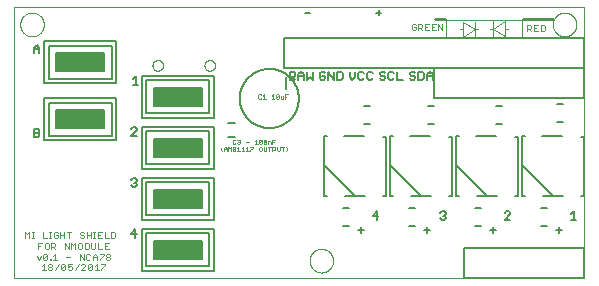
<source format=gto>
G75*
%MOIN*%
%OFA0B0*%
%FSLAX25Y25*%
%IPPOS*%
%LPD*%
%AMOC8*
5,1,8,0,0,1.08239X$1,22.5*
%
%ADD10C,0.00000*%
%ADD11C,0.00500*%
%ADD12C,0.00400*%
%ADD13C,0.00200*%
%ADD14C,0.01000*%
%ADD15C,0.00236*%
%ADD16C,0.00800*%
%ADD17C,0.00600*%
D10*
X0001250Y0006360D02*
X0001250Y0096911D01*
X0191250Y0096911D01*
X0191250Y0006360D01*
X0001250Y0006360D01*
X0099675Y0012266D02*
X0099677Y0012391D01*
X0099683Y0012516D01*
X0099693Y0012640D01*
X0099707Y0012764D01*
X0099724Y0012888D01*
X0099746Y0013011D01*
X0099772Y0013133D01*
X0099801Y0013255D01*
X0099834Y0013375D01*
X0099872Y0013494D01*
X0099912Y0013613D01*
X0099957Y0013729D01*
X0100005Y0013844D01*
X0100057Y0013958D01*
X0100113Y0014070D01*
X0100172Y0014180D01*
X0100234Y0014288D01*
X0100300Y0014395D01*
X0100369Y0014499D01*
X0100442Y0014600D01*
X0100517Y0014700D01*
X0100596Y0014797D01*
X0100678Y0014891D01*
X0100763Y0014983D01*
X0100850Y0015072D01*
X0100941Y0015158D01*
X0101034Y0015241D01*
X0101130Y0015322D01*
X0101228Y0015399D01*
X0101328Y0015473D01*
X0101431Y0015544D01*
X0101536Y0015611D01*
X0101644Y0015676D01*
X0101753Y0015736D01*
X0101864Y0015794D01*
X0101977Y0015847D01*
X0102091Y0015897D01*
X0102207Y0015944D01*
X0102324Y0015986D01*
X0102443Y0016025D01*
X0102563Y0016061D01*
X0102684Y0016092D01*
X0102806Y0016120D01*
X0102928Y0016143D01*
X0103052Y0016163D01*
X0103176Y0016179D01*
X0103300Y0016191D01*
X0103425Y0016199D01*
X0103550Y0016203D01*
X0103674Y0016203D01*
X0103799Y0016199D01*
X0103924Y0016191D01*
X0104048Y0016179D01*
X0104172Y0016163D01*
X0104296Y0016143D01*
X0104418Y0016120D01*
X0104540Y0016092D01*
X0104661Y0016061D01*
X0104781Y0016025D01*
X0104900Y0015986D01*
X0105017Y0015944D01*
X0105133Y0015897D01*
X0105247Y0015847D01*
X0105360Y0015794D01*
X0105471Y0015736D01*
X0105581Y0015676D01*
X0105688Y0015611D01*
X0105793Y0015544D01*
X0105896Y0015473D01*
X0105996Y0015399D01*
X0106094Y0015322D01*
X0106190Y0015241D01*
X0106283Y0015158D01*
X0106374Y0015072D01*
X0106461Y0014983D01*
X0106546Y0014891D01*
X0106628Y0014797D01*
X0106707Y0014700D01*
X0106782Y0014600D01*
X0106855Y0014499D01*
X0106924Y0014395D01*
X0106990Y0014288D01*
X0107052Y0014180D01*
X0107111Y0014070D01*
X0107167Y0013958D01*
X0107219Y0013844D01*
X0107267Y0013729D01*
X0107312Y0013613D01*
X0107352Y0013494D01*
X0107390Y0013375D01*
X0107423Y0013255D01*
X0107452Y0013133D01*
X0107478Y0013011D01*
X0107500Y0012888D01*
X0107517Y0012764D01*
X0107531Y0012640D01*
X0107541Y0012516D01*
X0107547Y0012391D01*
X0107549Y0012266D01*
X0107547Y0012141D01*
X0107541Y0012016D01*
X0107531Y0011892D01*
X0107517Y0011768D01*
X0107500Y0011644D01*
X0107478Y0011521D01*
X0107452Y0011399D01*
X0107423Y0011277D01*
X0107390Y0011157D01*
X0107352Y0011038D01*
X0107312Y0010919D01*
X0107267Y0010803D01*
X0107219Y0010688D01*
X0107167Y0010574D01*
X0107111Y0010462D01*
X0107052Y0010352D01*
X0106990Y0010244D01*
X0106924Y0010137D01*
X0106855Y0010033D01*
X0106782Y0009932D01*
X0106707Y0009832D01*
X0106628Y0009735D01*
X0106546Y0009641D01*
X0106461Y0009549D01*
X0106374Y0009460D01*
X0106283Y0009374D01*
X0106190Y0009291D01*
X0106094Y0009210D01*
X0105996Y0009133D01*
X0105896Y0009059D01*
X0105793Y0008988D01*
X0105688Y0008921D01*
X0105580Y0008856D01*
X0105471Y0008796D01*
X0105360Y0008738D01*
X0105247Y0008685D01*
X0105133Y0008635D01*
X0105017Y0008588D01*
X0104900Y0008546D01*
X0104781Y0008507D01*
X0104661Y0008471D01*
X0104540Y0008440D01*
X0104418Y0008412D01*
X0104296Y0008389D01*
X0104172Y0008369D01*
X0104048Y0008353D01*
X0103924Y0008341D01*
X0103799Y0008333D01*
X0103674Y0008329D01*
X0103550Y0008329D01*
X0103425Y0008333D01*
X0103300Y0008341D01*
X0103176Y0008353D01*
X0103052Y0008369D01*
X0102928Y0008389D01*
X0102806Y0008412D01*
X0102684Y0008440D01*
X0102563Y0008471D01*
X0102443Y0008507D01*
X0102324Y0008546D01*
X0102207Y0008588D01*
X0102091Y0008635D01*
X0101977Y0008685D01*
X0101864Y0008738D01*
X0101753Y0008796D01*
X0101643Y0008856D01*
X0101536Y0008921D01*
X0101431Y0008988D01*
X0101328Y0009059D01*
X0101228Y0009133D01*
X0101130Y0009210D01*
X0101034Y0009291D01*
X0100941Y0009374D01*
X0100850Y0009460D01*
X0100763Y0009549D01*
X0100678Y0009641D01*
X0100596Y0009735D01*
X0100517Y0009832D01*
X0100442Y0009932D01*
X0100369Y0010033D01*
X0100300Y0010137D01*
X0100234Y0010244D01*
X0100172Y0010352D01*
X0100113Y0010462D01*
X0100057Y0010574D01*
X0100005Y0010688D01*
X0099957Y0010803D01*
X0099912Y0010919D01*
X0099872Y0011038D01*
X0099834Y0011157D01*
X0099801Y0011277D01*
X0099772Y0011399D01*
X0099746Y0011521D01*
X0099724Y0011644D01*
X0099707Y0011768D01*
X0099693Y0011892D01*
X0099683Y0012016D01*
X0099677Y0012141D01*
X0099675Y0012266D01*
X0064639Y0077360D02*
X0064641Y0077444D01*
X0064647Y0077527D01*
X0064657Y0077610D01*
X0064671Y0077693D01*
X0064688Y0077775D01*
X0064710Y0077856D01*
X0064735Y0077935D01*
X0064764Y0078014D01*
X0064797Y0078091D01*
X0064833Y0078166D01*
X0064873Y0078240D01*
X0064916Y0078312D01*
X0064963Y0078381D01*
X0065013Y0078448D01*
X0065066Y0078513D01*
X0065122Y0078575D01*
X0065180Y0078635D01*
X0065242Y0078692D01*
X0065306Y0078745D01*
X0065373Y0078796D01*
X0065442Y0078843D01*
X0065513Y0078888D01*
X0065586Y0078928D01*
X0065661Y0078965D01*
X0065738Y0078999D01*
X0065816Y0079029D01*
X0065895Y0079055D01*
X0065976Y0079078D01*
X0066058Y0079096D01*
X0066140Y0079111D01*
X0066223Y0079122D01*
X0066306Y0079129D01*
X0066390Y0079132D01*
X0066474Y0079131D01*
X0066557Y0079126D01*
X0066641Y0079117D01*
X0066723Y0079104D01*
X0066805Y0079088D01*
X0066886Y0079067D01*
X0066967Y0079043D01*
X0067045Y0079015D01*
X0067123Y0078983D01*
X0067199Y0078947D01*
X0067273Y0078908D01*
X0067345Y0078866D01*
X0067415Y0078820D01*
X0067483Y0078771D01*
X0067548Y0078719D01*
X0067611Y0078664D01*
X0067671Y0078606D01*
X0067729Y0078545D01*
X0067783Y0078481D01*
X0067835Y0078415D01*
X0067883Y0078347D01*
X0067928Y0078276D01*
X0067969Y0078203D01*
X0068008Y0078129D01*
X0068042Y0078053D01*
X0068073Y0077975D01*
X0068100Y0077896D01*
X0068124Y0077815D01*
X0068143Y0077734D01*
X0068159Y0077652D01*
X0068171Y0077569D01*
X0068179Y0077485D01*
X0068183Y0077402D01*
X0068183Y0077318D01*
X0068179Y0077235D01*
X0068171Y0077151D01*
X0068159Y0077068D01*
X0068143Y0076986D01*
X0068124Y0076905D01*
X0068100Y0076824D01*
X0068073Y0076745D01*
X0068042Y0076667D01*
X0068008Y0076591D01*
X0067969Y0076517D01*
X0067928Y0076444D01*
X0067883Y0076373D01*
X0067835Y0076305D01*
X0067783Y0076239D01*
X0067729Y0076175D01*
X0067671Y0076114D01*
X0067611Y0076056D01*
X0067548Y0076001D01*
X0067483Y0075949D01*
X0067415Y0075900D01*
X0067345Y0075854D01*
X0067273Y0075812D01*
X0067199Y0075773D01*
X0067123Y0075737D01*
X0067045Y0075705D01*
X0066967Y0075677D01*
X0066886Y0075653D01*
X0066805Y0075632D01*
X0066723Y0075616D01*
X0066641Y0075603D01*
X0066557Y0075594D01*
X0066474Y0075589D01*
X0066390Y0075588D01*
X0066306Y0075591D01*
X0066223Y0075598D01*
X0066140Y0075609D01*
X0066058Y0075624D01*
X0065976Y0075642D01*
X0065895Y0075665D01*
X0065816Y0075691D01*
X0065738Y0075721D01*
X0065661Y0075755D01*
X0065586Y0075792D01*
X0065513Y0075832D01*
X0065442Y0075877D01*
X0065373Y0075924D01*
X0065306Y0075975D01*
X0065242Y0076028D01*
X0065180Y0076085D01*
X0065122Y0076145D01*
X0065066Y0076207D01*
X0065013Y0076272D01*
X0064963Y0076339D01*
X0064916Y0076408D01*
X0064873Y0076480D01*
X0064833Y0076554D01*
X0064797Y0076629D01*
X0064764Y0076706D01*
X0064735Y0076785D01*
X0064710Y0076864D01*
X0064688Y0076945D01*
X0064671Y0077027D01*
X0064657Y0077110D01*
X0064647Y0077193D01*
X0064641Y0077276D01*
X0064639Y0077360D01*
X0047317Y0077360D02*
X0047319Y0077444D01*
X0047325Y0077527D01*
X0047335Y0077610D01*
X0047349Y0077693D01*
X0047366Y0077775D01*
X0047388Y0077856D01*
X0047413Y0077935D01*
X0047442Y0078014D01*
X0047475Y0078091D01*
X0047511Y0078166D01*
X0047551Y0078240D01*
X0047594Y0078312D01*
X0047641Y0078381D01*
X0047691Y0078448D01*
X0047744Y0078513D01*
X0047800Y0078575D01*
X0047858Y0078635D01*
X0047920Y0078692D01*
X0047984Y0078745D01*
X0048051Y0078796D01*
X0048120Y0078843D01*
X0048191Y0078888D01*
X0048264Y0078928D01*
X0048339Y0078965D01*
X0048416Y0078999D01*
X0048494Y0079029D01*
X0048573Y0079055D01*
X0048654Y0079078D01*
X0048736Y0079096D01*
X0048818Y0079111D01*
X0048901Y0079122D01*
X0048984Y0079129D01*
X0049068Y0079132D01*
X0049152Y0079131D01*
X0049235Y0079126D01*
X0049319Y0079117D01*
X0049401Y0079104D01*
X0049483Y0079088D01*
X0049564Y0079067D01*
X0049645Y0079043D01*
X0049723Y0079015D01*
X0049801Y0078983D01*
X0049877Y0078947D01*
X0049951Y0078908D01*
X0050023Y0078866D01*
X0050093Y0078820D01*
X0050161Y0078771D01*
X0050226Y0078719D01*
X0050289Y0078664D01*
X0050349Y0078606D01*
X0050407Y0078545D01*
X0050461Y0078481D01*
X0050513Y0078415D01*
X0050561Y0078347D01*
X0050606Y0078276D01*
X0050647Y0078203D01*
X0050686Y0078129D01*
X0050720Y0078053D01*
X0050751Y0077975D01*
X0050778Y0077896D01*
X0050802Y0077815D01*
X0050821Y0077734D01*
X0050837Y0077652D01*
X0050849Y0077569D01*
X0050857Y0077485D01*
X0050861Y0077402D01*
X0050861Y0077318D01*
X0050857Y0077235D01*
X0050849Y0077151D01*
X0050837Y0077068D01*
X0050821Y0076986D01*
X0050802Y0076905D01*
X0050778Y0076824D01*
X0050751Y0076745D01*
X0050720Y0076667D01*
X0050686Y0076591D01*
X0050647Y0076517D01*
X0050606Y0076444D01*
X0050561Y0076373D01*
X0050513Y0076305D01*
X0050461Y0076239D01*
X0050407Y0076175D01*
X0050349Y0076114D01*
X0050289Y0076056D01*
X0050226Y0076001D01*
X0050161Y0075949D01*
X0050093Y0075900D01*
X0050023Y0075854D01*
X0049951Y0075812D01*
X0049877Y0075773D01*
X0049801Y0075737D01*
X0049723Y0075705D01*
X0049645Y0075677D01*
X0049564Y0075653D01*
X0049483Y0075632D01*
X0049401Y0075616D01*
X0049319Y0075603D01*
X0049235Y0075594D01*
X0049152Y0075589D01*
X0049068Y0075588D01*
X0048984Y0075591D01*
X0048901Y0075598D01*
X0048818Y0075609D01*
X0048736Y0075624D01*
X0048654Y0075642D01*
X0048573Y0075665D01*
X0048494Y0075691D01*
X0048416Y0075721D01*
X0048339Y0075755D01*
X0048264Y0075792D01*
X0048191Y0075832D01*
X0048120Y0075877D01*
X0048051Y0075924D01*
X0047984Y0075975D01*
X0047920Y0076028D01*
X0047858Y0076085D01*
X0047800Y0076145D01*
X0047744Y0076207D01*
X0047691Y0076272D01*
X0047641Y0076339D01*
X0047594Y0076408D01*
X0047551Y0076480D01*
X0047511Y0076554D01*
X0047475Y0076629D01*
X0047442Y0076706D01*
X0047413Y0076785D01*
X0047388Y0076864D01*
X0047366Y0076945D01*
X0047349Y0077027D01*
X0047335Y0077110D01*
X0047325Y0077193D01*
X0047319Y0077276D01*
X0047317Y0077360D01*
X0003219Y0091006D02*
X0003221Y0091131D01*
X0003227Y0091256D01*
X0003237Y0091380D01*
X0003251Y0091504D01*
X0003268Y0091628D01*
X0003290Y0091751D01*
X0003316Y0091873D01*
X0003345Y0091995D01*
X0003378Y0092115D01*
X0003416Y0092234D01*
X0003456Y0092353D01*
X0003501Y0092469D01*
X0003549Y0092584D01*
X0003601Y0092698D01*
X0003657Y0092810D01*
X0003716Y0092920D01*
X0003778Y0093028D01*
X0003844Y0093135D01*
X0003913Y0093239D01*
X0003986Y0093340D01*
X0004061Y0093440D01*
X0004140Y0093537D01*
X0004222Y0093631D01*
X0004307Y0093723D01*
X0004394Y0093812D01*
X0004485Y0093898D01*
X0004578Y0093981D01*
X0004674Y0094062D01*
X0004772Y0094139D01*
X0004872Y0094213D01*
X0004975Y0094284D01*
X0005080Y0094351D01*
X0005188Y0094416D01*
X0005297Y0094476D01*
X0005408Y0094534D01*
X0005521Y0094587D01*
X0005635Y0094637D01*
X0005751Y0094684D01*
X0005868Y0094726D01*
X0005987Y0094765D01*
X0006107Y0094801D01*
X0006228Y0094832D01*
X0006350Y0094860D01*
X0006472Y0094883D01*
X0006596Y0094903D01*
X0006720Y0094919D01*
X0006844Y0094931D01*
X0006969Y0094939D01*
X0007094Y0094943D01*
X0007218Y0094943D01*
X0007343Y0094939D01*
X0007468Y0094931D01*
X0007592Y0094919D01*
X0007716Y0094903D01*
X0007840Y0094883D01*
X0007962Y0094860D01*
X0008084Y0094832D01*
X0008205Y0094801D01*
X0008325Y0094765D01*
X0008444Y0094726D01*
X0008561Y0094684D01*
X0008677Y0094637D01*
X0008791Y0094587D01*
X0008904Y0094534D01*
X0009015Y0094476D01*
X0009125Y0094416D01*
X0009232Y0094351D01*
X0009337Y0094284D01*
X0009440Y0094213D01*
X0009540Y0094139D01*
X0009638Y0094062D01*
X0009734Y0093981D01*
X0009827Y0093898D01*
X0009918Y0093812D01*
X0010005Y0093723D01*
X0010090Y0093631D01*
X0010172Y0093537D01*
X0010251Y0093440D01*
X0010326Y0093340D01*
X0010399Y0093239D01*
X0010468Y0093135D01*
X0010534Y0093028D01*
X0010596Y0092920D01*
X0010655Y0092810D01*
X0010711Y0092698D01*
X0010763Y0092584D01*
X0010811Y0092469D01*
X0010856Y0092353D01*
X0010896Y0092234D01*
X0010934Y0092115D01*
X0010967Y0091995D01*
X0010996Y0091873D01*
X0011022Y0091751D01*
X0011044Y0091628D01*
X0011061Y0091504D01*
X0011075Y0091380D01*
X0011085Y0091256D01*
X0011091Y0091131D01*
X0011093Y0091006D01*
X0011091Y0090881D01*
X0011085Y0090756D01*
X0011075Y0090632D01*
X0011061Y0090508D01*
X0011044Y0090384D01*
X0011022Y0090261D01*
X0010996Y0090139D01*
X0010967Y0090017D01*
X0010934Y0089897D01*
X0010896Y0089778D01*
X0010856Y0089659D01*
X0010811Y0089543D01*
X0010763Y0089428D01*
X0010711Y0089314D01*
X0010655Y0089202D01*
X0010596Y0089092D01*
X0010534Y0088984D01*
X0010468Y0088877D01*
X0010399Y0088773D01*
X0010326Y0088672D01*
X0010251Y0088572D01*
X0010172Y0088475D01*
X0010090Y0088381D01*
X0010005Y0088289D01*
X0009918Y0088200D01*
X0009827Y0088114D01*
X0009734Y0088031D01*
X0009638Y0087950D01*
X0009540Y0087873D01*
X0009440Y0087799D01*
X0009337Y0087728D01*
X0009232Y0087661D01*
X0009124Y0087596D01*
X0009015Y0087536D01*
X0008904Y0087478D01*
X0008791Y0087425D01*
X0008677Y0087375D01*
X0008561Y0087328D01*
X0008444Y0087286D01*
X0008325Y0087247D01*
X0008205Y0087211D01*
X0008084Y0087180D01*
X0007962Y0087152D01*
X0007840Y0087129D01*
X0007716Y0087109D01*
X0007592Y0087093D01*
X0007468Y0087081D01*
X0007343Y0087073D01*
X0007218Y0087069D01*
X0007094Y0087069D01*
X0006969Y0087073D01*
X0006844Y0087081D01*
X0006720Y0087093D01*
X0006596Y0087109D01*
X0006472Y0087129D01*
X0006350Y0087152D01*
X0006228Y0087180D01*
X0006107Y0087211D01*
X0005987Y0087247D01*
X0005868Y0087286D01*
X0005751Y0087328D01*
X0005635Y0087375D01*
X0005521Y0087425D01*
X0005408Y0087478D01*
X0005297Y0087536D01*
X0005187Y0087596D01*
X0005080Y0087661D01*
X0004975Y0087728D01*
X0004872Y0087799D01*
X0004772Y0087873D01*
X0004674Y0087950D01*
X0004578Y0088031D01*
X0004485Y0088114D01*
X0004394Y0088200D01*
X0004307Y0088289D01*
X0004222Y0088381D01*
X0004140Y0088475D01*
X0004061Y0088572D01*
X0003986Y0088672D01*
X0003913Y0088773D01*
X0003844Y0088877D01*
X0003778Y0088984D01*
X0003716Y0089092D01*
X0003657Y0089202D01*
X0003601Y0089314D01*
X0003549Y0089428D01*
X0003501Y0089543D01*
X0003456Y0089659D01*
X0003416Y0089778D01*
X0003378Y0089897D01*
X0003345Y0090017D01*
X0003316Y0090139D01*
X0003290Y0090261D01*
X0003268Y0090384D01*
X0003251Y0090508D01*
X0003237Y0090632D01*
X0003227Y0090756D01*
X0003221Y0090881D01*
X0003219Y0091006D01*
X0180778Y0091006D02*
X0180780Y0091131D01*
X0180786Y0091256D01*
X0180796Y0091380D01*
X0180810Y0091504D01*
X0180827Y0091628D01*
X0180849Y0091751D01*
X0180875Y0091873D01*
X0180904Y0091995D01*
X0180937Y0092115D01*
X0180975Y0092234D01*
X0181015Y0092353D01*
X0181060Y0092469D01*
X0181108Y0092584D01*
X0181160Y0092698D01*
X0181216Y0092810D01*
X0181275Y0092920D01*
X0181337Y0093028D01*
X0181403Y0093135D01*
X0181472Y0093239D01*
X0181545Y0093340D01*
X0181620Y0093440D01*
X0181699Y0093537D01*
X0181781Y0093631D01*
X0181866Y0093723D01*
X0181953Y0093812D01*
X0182044Y0093898D01*
X0182137Y0093981D01*
X0182233Y0094062D01*
X0182331Y0094139D01*
X0182431Y0094213D01*
X0182534Y0094284D01*
X0182639Y0094351D01*
X0182747Y0094416D01*
X0182856Y0094476D01*
X0182967Y0094534D01*
X0183080Y0094587D01*
X0183194Y0094637D01*
X0183310Y0094684D01*
X0183427Y0094726D01*
X0183546Y0094765D01*
X0183666Y0094801D01*
X0183787Y0094832D01*
X0183909Y0094860D01*
X0184031Y0094883D01*
X0184155Y0094903D01*
X0184279Y0094919D01*
X0184403Y0094931D01*
X0184528Y0094939D01*
X0184653Y0094943D01*
X0184777Y0094943D01*
X0184902Y0094939D01*
X0185027Y0094931D01*
X0185151Y0094919D01*
X0185275Y0094903D01*
X0185399Y0094883D01*
X0185521Y0094860D01*
X0185643Y0094832D01*
X0185764Y0094801D01*
X0185884Y0094765D01*
X0186003Y0094726D01*
X0186120Y0094684D01*
X0186236Y0094637D01*
X0186350Y0094587D01*
X0186463Y0094534D01*
X0186574Y0094476D01*
X0186684Y0094416D01*
X0186791Y0094351D01*
X0186896Y0094284D01*
X0186999Y0094213D01*
X0187099Y0094139D01*
X0187197Y0094062D01*
X0187293Y0093981D01*
X0187386Y0093898D01*
X0187477Y0093812D01*
X0187564Y0093723D01*
X0187649Y0093631D01*
X0187731Y0093537D01*
X0187810Y0093440D01*
X0187885Y0093340D01*
X0187958Y0093239D01*
X0188027Y0093135D01*
X0188093Y0093028D01*
X0188155Y0092920D01*
X0188214Y0092810D01*
X0188270Y0092698D01*
X0188322Y0092584D01*
X0188370Y0092469D01*
X0188415Y0092353D01*
X0188455Y0092234D01*
X0188493Y0092115D01*
X0188526Y0091995D01*
X0188555Y0091873D01*
X0188581Y0091751D01*
X0188603Y0091628D01*
X0188620Y0091504D01*
X0188634Y0091380D01*
X0188644Y0091256D01*
X0188650Y0091131D01*
X0188652Y0091006D01*
X0188650Y0090881D01*
X0188644Y0090756D01*
X0188634Y0090632D01*
X0188620Y0090508D01*
X0188603Y0090384D01*
X0188581Y0090261D01*
X0188555Y0090139D01*
X0188526Y0090017D01*
X0188493Y0089897D01*
X0188455Y0089778D01*
X0188415Y0089659D01*
X0188370Y0089543D01*
X0188322Y0089428D01*
X0188270Y0089314D01*
X0188214Y0089202D01*
X0188155Y0089092D01*
X0188093Y0088984D01*
X0188027Y0088877D01*
X0187958Y0088773D01*
X0187885Y0088672D01*
X0187810Y0088572D01*
X0187731Y0088475D01*
X0187649Y0088381D01*
X0187564Y0088289D01*
X0187477Y0088200D01*
X0187386Y0088114D01*
X0187293Y0088031D01*
X0187197Y0087950D01*
X0187099Y0087873D01*
X0186999Y0087799D01*
X0186896Y0087728D01*
X0186791Y0087661D01*
X0186683Y0087596D01*
X0186574Y0087536D01*
X0186463Y0087478D01*
X0186350Y0087425D01*
X0186236Y0087375D01*
X0186120Y0087328D01*
X0186003Y0087286D01*
X0185884Y0087247D01*
X0185764Y0087211D01*
X0185643Y0087180D01*
X0185521Y0087152D01*
X0185399Y0087129D01*
X0185275Y0087109D01*
X0185151Y0087093D01*
X0185027Y0087081D01*
X0184902Y0087073D01*
X0184777Y0087069D01*
X0184653Y0087069D01*
X0184528Y0087073D01*
X0184403Y0087081D01*
X0184279Y0087093D01*
X0184155Y0087109D01*
X0184031Y0087129D01*
X0183909Y0087152D01*
X0183787Y0087180D01*
X0183666Y0087211D01*
X0183546Y0087247D01*
X0183427Y0087286D01*
X0183310Y0087328D01*
X0183194Y0087375D01*
X0183080Y0087425D01*
X0182967Y0087478D01*
X0182856Y0087536D01*
X0182746Y0087596D01*
X0182639Y0087661D01*
X0182534Y0087728D01*
X0182431Y0087799D01*
X0182331Y0087873D01*
X0182233Y0087950D01*
X0182137Y0088031D01*
X0182044Y0088114D01*
X0181953Y0088200D01*
X0181866Y0088289D01*
X0181781Y0088381D01*
X0181699Y0088475D01*
X0181620Y0088572D01*
X0181545Y0088672D01*
X0181472Y0088773D01*
X0181403Y0088877D01*
X0181337Y0088984D01*
X0181275Y0089092D01*
X0181216Y0089202D01*
X0181160Y0089314D01*
X0181108Y0089428D01*
X0181060Y0089543D01*
X0181015Y0089659D01*
X0180975Y0089778D01*
X0180937Y0089897D01*
X0180904Y0090017D01*
X0180875Y0090139D01*
X0180849Y0090261D01*
X0180827Y0090384D01*
X0180810Y0090508D01*
X0180796Y0090632D01*
X0180786Y0090756D01*
X0180780Y0090881D01*
X0180778Y0091006D01*
D11*
X0191250Y0086360D02*
X0191250Y0076360D01*
X0191250Y0066360D01*
X0141250Y0066360D01*
X0141250Y0076360D01*
X0191250Y0076360D01*
X0091250Y0076360D01*
X0091250Y0086360D01*
X0191250Y0086360D01*
X0184250Y0064360D02*
X0182250Y0064360D01*
X0182250Y0058360D02*
X0184250Y0058360D01*
X0163750Y0057860D02*
X0161750Y0057860D01*
X0161750Y0063860D02*
X0163750Y0063860D01*
X0141250Y0063860D02*
X0139250Y0063860D01*
X0139250Y0057860D02*
X0141250Y0057860D01*
X0119750Y0057860D02*
X0117750Y0057860D01*
X0117750Y0063860D02*
X0119750Y0063860D01*
X0119343Y0072610D02*
X0120244Y0072610D01*
X0120695Y0073060D01*
X0119343Y0072610D02*
X0118893Y0073060D01*
X0118893Y0074862D01*
X0119343Y0075312D01*
X0120244Y0075312D01*
X0120695Y0074862D01*
X0123000Y0074862D02*
X0123000Y0074412D01*
X0123450Y0073961D01*
X0124351Y0073961D01*
X0124802Y0073511D01*
X0124802Y0073060D01*
X0124351Y0072610D01*
X0123450Y0072610D01*
X0123000Y0073060D01*
X0125947Y0073060D02*
X0126397Y0072610D01*
X0127298Y0072610D01*
X0127748Y0073060D01*
X0128893Y0072610D02*
X0130695Y0072610D01*
X0128893Y0072610D02*
X0128893Y0075312D01*
X0127748Y0074862D02*
X0127298Y0075312D01*
X0126397Y0075312D01*
X0125947Y0074862D01*
X0125947Y0073060D01*
X0124802Y0074862D02*
X0124351Y0075312D01*
X0123450Y0075312D01*
X0123000Y0074862D01*
X0117748Y0074862D02*
X0117298Y0075312D01*
X0116397Y0075312D01*
X0115947Y0074862D01*
X0115947Y0073060D01*
X0116397Y0072610D01*
X0117298Y0072610D01*
X0117748Y0073060D01*
X0114802Y0073511D02*
X0114802Y0075312D01*
X0114802Y0073511D02*
X0113901Y0072610D01*
X0113000Y0073511D01*
X0113000Y0075312D01*
X0110695Y0074862D02*
X0110695Y0073060D01*
X0110244Y0072610D01*
X0108893Y0072610D01*
X0108893Y0075312D01*
X0110244Y0075312D01*
X0110695Y0074862D01*
X0107748Y0075312D02*
X0107748Y0072610D01*
X0105947Y0075312D01*
X0105947Y0072610D01*
X0104802Y0073060D02*
X0104802Y0073961D01*
X0103901Y0073961D01*
X0104802Y0073060D02*
X0104351Y0072610D01*
X0103450Y0072610D01*
X0103000Y0073060D01*
X0103000Y0074862D01*
X0103450Y0075312D01*
X0104351Y0075312D01*
X0104802Y0074862D01*
X0100695Y0075312D02*
X0100695Y0072610D01*
X0099794Y0073511D01*
X0098893Y0072610D01*
X0098893Y0075312D01*
X0097748Y0074412D02*
X0097748Y0072610D01*
X0097748Y0073961D02*
X0095947Y0073961D01*
X0095947Y0074412D02*
X0096847Y0075312D01*
X0097748Y0074412D01*
X0095947Y0074412D02*
X0095947Y0072610D01*
X0094802Y0072610D02*
X0093901Y0073511D01*
X0094351Y0073511D02*
X0093000Y0073511D01*
X0093000Y0072610D02*
X0093000Y0075312D01*
X0094351Y0075312D01*
X0094802Y0074862D01*
X0094802Y0073961D01*
X0094351Y0073511D01*
X0067750Y0073860D02*
X0067750Y0059860D01*
X0043750Y0059860D01*
X0043750Y0073860D01*
X0067750Y0073860D01*
X0066250Y0072360D02*
X0066250Y0061360D01*
X0045250Y0061360D01*
X0045250Y0072360D01*
X0066250Y0072360D01*
X0063750Y0069860D02*
X0063750Y0063860D01*
X0047750Y0063860D01*
X0047750Y0069860D01*
X0063750Y0069860D01*
X0063750Y0069671D02*
X0047750Y0069671D01*
X0047750Y0069172D02*
X0063750Y0069172D01*
X0063750Y0068674D02*
X0047750Y0068674D01*
X0047750Y0068175D02*
X0063750Y0068175D01*
X0063750Y0067677D02*
X0047750Y0067677D01*
X0047750Y0067178D02*
X0063750Y0067178D01*
X0063750Y0066680D02*
X0047750Y0066680D01*
X0047750Y0066181D02*
X0063750Y0066181D01*
X0063750Y0065683D02*
X0047750Y0065683D01*
X0047750Y0065184D02*
X0063750Y0065184D01*
X0063750Y0064686D02*
X0047750Y0064686D01*
X0047750Y0064187D02*
X0063750Y0064187D01*
X0067750Y0056860D02*
X0043750Y0056860D01*
X0043750Y0042860D01*
X0067750Y0042860D01*
X0067750Y0056860D01*
X0066250Y0055360D02*
X0066250Y0044360D01*
X0045250Y0044360D01*
X0045250Y0055360D01*
X0066250Y0055360D01*
X0063750Y0052860D02*
X0063750Y0046860D01*
X0047750Y0046860D01*
X0047750Y0052860D01*
X0063750Y0052860D01*
X0063750Y0052722D02*
X0047750Y0052722D01*
X0047750Y0052223D02*
X0063750Y0052223D01*
X0063750Y0051725D02*
X0047750Y0051725D01*
X0047750Y0051226D02*
X0063750Y0051226D01*
X0063750Y0050727D02*
X0047750Y0050727D01*
X0047750Y0050229D02*
X0063750Y0050229D01*
X0063750Y0049730D02*
X0047750Y0049730D01*
X0047750Y0049232D02*
X0063750Y0049232D01*
X0063750Y0048733D02*
X0047750Y0048733D01*
X0047750Y0048235D02*
X0063750Y0048235D01*
X0063750Y0047736D02*
X0047750Y0047736D01*
X0047750Y0047238D02*
X0063750Y0047238D01*
X0067750Y0039860D02*
X0043750Y0039860D01*
X0043750Y0025860D01*
X0067750Y0025860D01*
X0067750Y0039860D01*
X0066250Y0038360D02*
X0066250Y0027360D01*
X0045250Y0027360D01*
X0045250Y0038360D01*
X0066250Y0038360D01*
X0063750Y0035860D02*
X0063750Y0029860D01*
X0047750Y0029860D01*
X0047750Y0035860D01*
X0063750Y0035860D01*
X0063750Y0035772D02*
X0047750Y0035772D01*
X0047750Y0035274D02*
X0063750Y0035274D01*
X0063750Y0034775D02*
X0047750Y0034775D01*
X0047750Y0034277D02*
X0063750Y0034277D01*
X0063750Y0033778D02*
X0047750Y0033778D01*
X0047750Y0033280D02*
X0063750Y0033280D01*
X0063750Y0032781D02*
X0047750Y0032781D01*
X0047750Y0032283D02*
X0063750Y0032283D01*
X0063750Y0031784D02*
X0047750Y0031784D01*
X0047750Y0031286D02*
X0063750Y0031286D01*
X0063750Y0030787D02*
X0047750Y0030787D01*
X0047750Y0030289D02*
X0063750Y0030289D01*
X0067750Y0022860D02*
X0043750Y0022860D01*
X0043750Y0008860D01*
X0067750Y0008860D01*
X0067750Y0022860D01*
X0066250Y0021360D02*
X0066250Y0010360D01*
X0045250Y0010360D01*
X0045250Y0021360D01*
X0066250Y0021360D01*
X0063750Y0018860D02*
X0063750Y0012860D01*
X0047750Y0012860D01*
X0047750Y0018860D01*
X0063750Y0018860D01*
X0063750Y0018823D02*
X0047750Y0018823D01*
X0047750Y0018324D02*
X0063750Y0018324D01*
X0063750Y0017826D02*
X0047750Y0017826D01*
X0047750Y0017327D02*
X0063750Y0017327D01*
X0063750Y0016829D02*
X0047750Y0016829D01*
X0047750Y0016330D02*
X0063750Y0016330D01*
X0063750Y0015832D02*
X0047750Y0015832D01*
X0047750Y0015333D02*
X0063750Y0015333D01*
X0063750Y0014835D02*
X0047750Y0014835D01*
X0047750Y0014336D02*
X0063750Y0014336D01*
X0063750Y0013838D02*
X0047750Y0013838D01*
X0047750Y0013339D02*
X0063750Y0013339D01*
X0041627Y0019968D02*
X0041627Y0022671D01*
X0040276Y0021319D01*
X0042077Y0021319D01*
X0041627Y0036968D02*
X0040726Y0036968D01*
X0040276Y0037419D01*
X0041176Y0038319D02*
X0041627Y0038319D01*
X0042077Y0037869D01*
X0042077Y0037419D01*
X0041627Y0036968D01*
X0041627Y0038319D02*
X0042077Y0038770D01*
X0042077Y0039220D01*
X0041627Y0039671D01*
X0040726Y0039671D01*
X0040276Y0039220D01*
X0035250Y0052423D02*
X0011250Y0052423D01*
X0011250Y0066423D01*
X0035250Y0066423D01*
X0035250Y0052423D01*
X0033750Y0053923D02*
X0033750Y0064923D01*
X0012750Y0064923D01*
X0012750Y0053923D01*
X0033750Y0053923D01*
X0031250Y0056423D02*
X0031250Y0062423D01*
X0015250Y0062423D01*
X0015250Y0056423D01*
X0031250Y0056423D01*
X0031250Y0056710D02*
X0015250Y0056710D01*
X0015250Y0057208D02*
X0031250Y0057208D01*
X0031250Y0057707D02*
X0015250Y0057707D01*
X0015250Y0058205D02*
X0031250Y0058205D01*
X0031250Y0058704D02*
X0015250Y0058704D01*
X0015250Y0059202D02*
X0031250Y0059202D01*
X0031250Y0059701D02*
X0015250Y0059701D01*
X0015250Y0060199D02*
X0031250Y0060199D01*
X0031250Y0060698D02*
X0015250Y0060698D01*
X0015250Y0061196D02*
X0031250Y0061196D01*
X0031250Y0061695D02*
X0015250Y0061695D01*
X0015250Y0062193D02*
X0031250Y0062193D01*
X0040276Y0056220D02*
X0040726Y0056671D01*
X0041627Y0056671D01*
X0042077Y0056220D01*
X0042077Y0055770D01*
X0040276Y0053968D01*
X0042077Y0053968D01*
X0041676Y0070968D02*
X0041676Y0073671D01*
X0040776Y0072770D01*
X0040776Y0070968D02*
X0042577Y0070968D01*
X0035250Y0071360D02*
X0011250Y0071360D01*
X0011250Y0085360D01*
X0035250Y0085360D01*
X0035250Y0071360D01*
X0033750Y0072860D02*
X0033750Y0083860D01*
X0012750Y0083860D01*
X0012750Y0072860D01*
X0033750Y0072860D01*
X0031250Y0075360D02*
X0031250Y0081360D01*
X0015250Y0081360D01*
X0015250Y0075360D01*
X0031250Y0075360D01*
X0031250Y0075653D02*
X0015250Y0075653D01*
X0015250Y0076152D02*
X0031250Y0076152D01*
X0031250Y0076650D02*
X0015250Y0076650D01*
X0015250Y0077149D02*
X0031250Y0077149D01*
X0031250Y0077647D02*
X0015250Y0077647D01*
X0015250Y0078146D02*
X0031250Y0078146D01*
X0031250Y0078644D02*
X0015250Y0078644D01*
X0015250Y0079143D02*
X0031250Y0079143D01*
X0031250Y0079641D02*
X0015250Y0079641D01*
X0015250Y0080140D02*
X0031250Y0080140D01*
X0031250Y0080638D02*
X0015250Y0080638D01*
X0015250Y0081137D02*
X0031250Y0081137D01*
X0009577Y0081468D02*
X0009577Y0083270D01*
X0008676Y0084171D01*
X0007776Y0083270D01*
X0007776Y0081468D01*
X0007776Y0082819D02*
X0009577Y0082819D01*
X0009127Y0056171D02*
X0009577Y0055720D01*
X0009577Y0055270D01*
X0009127Y0054819D01*
X0007776Y0054819D01*
X0009127Y0054819D02*
X0009577Y0054369D01*
X0009577Y0053919D01*
X0009127Y0053468D01*
X0007776Y0053468D01*
X0007776Y0056171D01*
X0009127Y0056171D01*
X0098160Y0094919D02*
X0099961Y0094919D01*
X0121782Y0094919D02*
X0123583Y0094919D01*
X0122683Y0095819D02*
X0122683Y0094018D01*
X0133450Y0075312D02*
X0133000Y0074862D01*
X0133000Y0074412D01*
X0133450Y0073961D01*
X0134351Y0073961D01*
X0134802Y0073511D01*
X0134802Y0073060D01*
X0134351Y0072610D01*
X0133450Y0072610D01*
X0133000Y0073060D01*
X0135947Y0072610D02*
X0137298Y0072610D01*
X0137748Y0073060D01*
X0137748Y0074862D01*
X0137298Y0075312D01*
X0135947Y0075312D01*
X0135947Y0072610D01*
X0134802Y0074862D02*
X0134351Y0075312D01*
X0133450Y0075312D01*
X0138893Y0074412D02*
X0138893Y0072610D01*
X0138893Y0073961D02*
X0140695Y0073961D01*
X0140695Y0074412D02*
X0140695Y0072610D01*
X0140695Y0074412D02*
X0139794Y0075312D01*
X0138893Y0074412D01*
X0134750Y0029860D02*
X0132750Y0029860D01*
X0122577Y0027319D02*
X0120776Y0027319D01*
X0122127Y0028671D01*
X0122127Y0025968D01*
X0116750Y0023660D02*
X0116750Y0021660D01*
X0117750Y0022660D02*
X0115750Y0022660D01*
X0112750Y0023860D02*
X0110750Y0023860D01*
X0110750Y0029860D02*
X0112750Y0029860D01*
X0132750Y0023860D02*
X0134750Y0023860D01*
X0137750Y0022660D02*
X0139750Y0022660D01*
X0138750Y0021660D02*
X0138750Y0023660D01*
X0143276Y0026419D02*
X0143726Y0025968D01*
X0144627Y0025968D01*
X0145077Y0026419D01*
X0145077Y0026869D01*
X0144627Y0027319D01*
X0144176Y0027319D01*
X0144627Y0027319D02*
X0145077Y0027770D01*
X0145077Y0028220D01*
X0144627Y0028671D01*
X0143726Y0028671D01*
X0143276Y0028220D01*
X0154750Y0029860D02*
X0156750Y0029860D01*
X0164776Y0028220D02*
X0165226Y0028671D01*
X0166127Y0028671D01*
X0166577Y0028220D01*
X0166577Y0027770D01*
X0164776Y0025968D01*
X0166577Y0025968D01*
X0161750Y0022660D02*
X0159750Y0022660D01*
X0160750Y0021660D02*
X0160750Y0023660D01*
X0156750Y0023860D02*
X0154750Y0023860D01*
X0151250Y0016360D02*
X0191250Y0016360D01*
X0191250Y0006360D01*
X0151250Y0006360D01*
X0151250Y0016360D01*
X0176750Y0023860D02*
X0178750Y0023860D01*
X0181750Y0022660D02*
X0183750Y0022660D01*
X0182750Y0021660D02*
X0182750Y0023660D01*
X0186776Y0025968D02*
X0188577Y0025968D01*
X0187676Y0025968D02*
X0187676Y0028671D01*
X0186776Y0027770D01*
X0178750Y0029860D02*
X0176750Y0029860D01*
D12*
X0176736Y0088843D02*
X0177737Y0088843D01*
X0178070Y0089177D01*
X0178070Y0090512D01*
X0177737Y0090845D01*
X0176736Y0090845D01*
X0176736Y0088843D01*
X0175860Y0088843D02*
X0174526Y0088843D01*
X0174526Y0090845D01*
X0175860Y0090845D01*
X0175193Y0089844D02*
X0174526Y0089844D01*
X0173651Y0089844D02*
X0173317Y0089511D01*
X0172316Y0089511D01*
X0172983Y0089511D02*
X0173651Y0088843D01*
X0173651Y0089844D02*
X0173651Y0090512D01*
X0173317Y0090845D01*
X0172316Y0090845D01*
X0172316Y0088843D01*
X0143907Y0089237D02*
X0143907Y0091239D01*
X0142573Y0091239D02*
X0143907Y0089237D01*
X0142573Y0089237D02*
X0142573Y0091239D01*
X0141698Y0091239D02*
X0140363Y0091239D01*
X0140363Y0089237D01*
X0141698Y0089237D01*
X0141030Y0090238D02*
X0140363Y0090238D01*
X0139488Y0089237D02*
X0138153Y0089237D01*
X0138153Y0091239D01*
X0139488Y0091239D01*
X0138820Y0090238D02*
X0138153Y0090238D01*
X0137278Y0090238D02*
X0137278Y0090905D01*
X0136944Y0091239D01*
X0135943Y0091239D01*
X0135943Y0089237D01*
X0135943Y0089904D02*
X0136944Y0089904D01*
X0137278Y0090238D01*
X0136611Y0089904D02*
X0137278Y0089237D01*
X0135068Y0089571D02*
X0135068Y0090238D01*
X0134401Y0090238D01*
X0135068Y0089571D02*
X0134734Y0089237D01*
X0134067Y0089237D01*
X0133733Y0089571D01*
X0133733Y0090905D01*
X0134067Y0091239D01*
X0134734Y0091239D01*
X0135068Y0090905D01*
X0034876Y0021495D02*
X0034542Y0021829D01*
X0033541Y0021829D01*
X0033541Y0019827D01*
X0034542Y0019827D01*
X0034876Y0020161D01*
X0034876Y0021495D01*
X0031331Y0021829D02*
X0031331Y0019827D01*
X0032666Y0019827D01*
X0030456Y0019827D02*
X0029122Y0019827D01*
X0029122Y0021829D01*
X0030456Y0021829D01*
X0029789Y0020828D02*
X0029122Y0020828D01*
X0028316Y0021829D02*
X0027648Y0021829D01*
X0027982Y0021829D02*
X0027982Y0019827D01*
X0027648Y0019827D02*
X0028316Y0019827D01*
X0026773Y0019827D02*
X0026773Y0021829D01*
X0026773Y0020828D02*
X0025438Y0020828D01*
X0024563Y0020494D02*
X0024563Y0020161D01*
X0024229Y0019827D01*
X0023562Y0019827D01*
X0023229Y0020161D01*
X0023562Y0020828D02*
X0023229Y0021161D01*
X0023229Y0021495D01*
X0023562Y0021829D01*
X0024229Y0021829D01*
X0024563Y0021495D01*
X0024229Y0020828D02*
X0024563Y0020494D01*
X0024229Y0020828D02*
X0023562Y0020828D01*
X0025438Y0019827D02*
X0025438Y0021829D01*
X0020143Y0021829D02*
X0018809Y0021829D01*
X0019476Y0021829D02*
X0019476Y0019827D01*
X0017933Y0019827D02*
X0017933Y0021829D01*
X0017933Y0020828D02*
X0016599Y0020828D01*
X0015723Y0020828D02*
X0015056Y0020828D01*
X0015723Y0020828D02*
X0015723Y0020161D01*
X0015390Y0019827D01*
X0014723Y0019827D01*
X0014389Y0020161D01*
X0014389Y0021495D01*
X0014723Y0021829D01*
X0015390Y0021829D01*
X0015723Y0021495D01*
X0016599Y0021829D02*
X0016599Y0019827D01*
X0018072Y0018229D02*
X0019407Y0016227D01*
X0019407Y0018229D01*
X0020282Y0018229D02*
X0020949Y0017561D01*
X0021616Y0018229D01*
X0021616Y0016227D01*
X0022492Y0016561D02*
X0022826Y0016227D01*
X0023493Y0016227D01*
X0023826Y0016561D01*
X0023826Y0017895D01*
X0023493Y0018229D01*
X0022826Y0018229D01*
X0022492Y0017895D01*
X0022492Y0016561D01*
X0024702Y0016227D02*
X0025703Y0016227D01*
X0026036Y0016561D01*
X0026036Y0017895D01*
X0025703Y0018229D01*
X0024702Y0018229D01*
X0024702Y0016227D01*
X0024379Y0014629D02*
X0024379Y0012627D01*
X0023044Y0014629D01*
X0023044Y0012627D01*
X0019959Y0013628D02*
X0018625Y0013628D01*
X0018072Y0016227D02*
X0018072Y0018229D01*
X0020282Y0018229D02*
X0020282Y0016227D01*
X0014987Y0016227D02*
X0014320Y0016894D01*
X0014653Y0016894D02*
X0013652Y0016894D01*
X0013652Y0016227D02*
X0013652Y0018229D01*
X0014653Y0018229D01*
X0014987Y0017895D01*
X0014987Y0017228D01*
X0014653Y0016894D01*
X0012777Y0016561D02*
X0012443Y0016227D01*
X0011776Y0016227D01*
X0011442Y0016561D01*
X0011442Y0017895D01*
X0011776Y0018229D01*
X0012443Y0018229D01*
X0012777Y0017895D01*
X0012777Y0016561D01*
X0010567Y0018229D02*
X0009233Y0018229D01*
X0009233Y0016227D01*
X0009233Y0017228D02*
X0009900Y0017228D01*
X0011224Y0014629D02*
X0011891Y0014629D01*
X0012224Y0014295D01*
X0010890Y0012961D01*
X0011224Y0012627D01*
X0011891Y0012627D01*
X0012224Y0012961D01*
X0012224Y0014295D01*
X0011224Y0014629D02*
X0010890Y0014295D01*
X0010890Y0012961D01*
X0010015Y0013961D02*
X0009347Y0012627D01*
X0008680Y0013961D01*
X0013100Y0012961D02*
X0013434Y0012961D01*
X0013434Y0012627D01*
X0013100Y0012627D01*
X0013100Y0012961D01*
X0014205Y0012627D02*
X0015539Y0012627D01*
X0014872Y0012627D02*
X0014872Y0014629D01*
X0014205Y0013961D01*
X0013548Y0011029D02*
X0013882Y0010695D01*
X0013882Y0010361D01*
X0013548Y0010028D01*
X0012881Y0010028D01*
X0012547Y0010361D01*
X0012547Y0010695D01*
X0012881Y0011029D01*
X0013548Y0011029D01*
X0013548Y0010028D02*
X0013882Y0009694D01*
X0013882Y0009361D01*
X0013548Y0009027D01*
X0012881Y0009027D01*
X0012547Y0009361D01*
X0012547Y0009694D01*
X0012881Y0010028D01*
X0011672Y0009027D02*
X0010338Y0009027D01*
X0011005Y0009027D02*
X0011005Y0011029D01*
X0010338Y0010361D01*
X0014757Y0009027D02*
X0016092Y0011029D01*
X0016967Y0010695D02*
X0017301Y0011029D01*
X0017968Y0011029D01*
X0018302Y0010695D01*
X0016967Y0009361D01*
X0017301Y0009027D01*
X0017968Y0009027D01*
X0018302Y0009361D01*
X0018302Y0010695D01*
X0019177Y0011029D02*
X0019177Y0010028D01*
X0019844Y0010361D01*
X0020178Y0010361D01*
X0020512Y0010028D01*
X0020512Y0009361D01*
X0020178Y0009027D01*
X0019511Y0009027D01*
X0019177Y0009361D01*
X0019177Y0011029D02*
X0020512Y0011029D01*
X0021387Y0009027D02*
X0022721Y0011029D01*
X0023597Y0010695D02*
X0023930Y0011029D01*
X0024598Y0011029D01*
X0024931Y0010695D01*
X0024931Y0010361D01*
X0023597Y0009027D01*
X0024931Y0009027D01*
X0025807Y0009361D02*
X0027141Y0010695D01*
X0027141Y0009361D01*
X0026808Y0009027D01*
X0026140Y0009027D01*
X0025807Y0009361D01*
X0025807Y0010695D01*
X0026140Y0011029D01*
X0026808Y0011029D01*
X0027141Y0010695D01*
X0028017Y0010361D02*
X0028684Y0011029D01*
X0028684Y0009027D01*
X0028017Y0009027D02*
X0029351Y0009027D01*
X0030226Y0009027D02*
X0030226Y0009361D01*
X0031561Y0010695D01*
X0031561Y0011029D01*
X0030226Y0011029D01*
X0029674Y0012627D02*
X0029674Y0012961D01*
X0031008Y0014295D01*
X0031008Y0014629D01*
X0029674Y0014629D01*
X0028799Y0013961D02*
X0028799Y0012627D01*
X0028799Y0013628D02*
X0027464Y0013628D01*
X0027464Y0013961D02*
X0028131Y0014629D01*
X0028799Y0013961D01*
X0027464Y0013961D02*
X0027464Y0012627D01*
X0026589Y0012961D02*
X0026255Y0012627D01*
X0025588Y0012627D01*
X0025254Y0012961D01*
X0025254Y0014295D01*
X0025588Y0014629D01*
X0026255Y0014629D01*
X0026589Y0014295D01*
X0027245Y0016227D02*
X0027912Y0016227D01*
X0028246Y0016561D01*
X0028246Y0018229D01*
X0029122Y0018229D02*
X0029122Y0016227D01*
X0030456Y0016227D01*
X0031331Y0016227D02*
X0032666Y0016227D01*
X0031999Y0017228D02*
X0031331Y0017228D01*
X0031331Y0018229D02*
X0031331Y0016227D01*
X0032217Y0014629D02*
X0032885Y0014629D01*
X0033218Y0014295D01*
X0033218Y0013961D01*
X0032885Y0013628D01*
X0032217Y0013628D01*
X0031884Y0013961D01*
X0031884Y0014295D01*
X0032217Y0014629D01*
X0032217Y0013628D02*
X0031884Y0013294D01*
X0031884Y0012961D01*
X0032217Y0012627D01*
X0032885Y0012627D01*
X0033218Y0012961D01*
X0033218Y0013294D01*
X0032885Y0013628D01*
X0027245Y0016227D02*
X0026912Y0016561D01*
X0026912Y0018229D01*
X0031331Y0018229D02*
X0032666Y0018229D01*
X0016967Y0010695D02*
X0016967Y0009361D01*
X0013583Y0019827D02*
X0012916Y0019827D01*
X0013249Y0019827D02*
X0013249Y0021829D01*
X0012916Y0021829D02*
X0013583Y0021829D01*
X0010706Y0021829D02*
X0010706Y0019827D01*
X0012040Y0019827D01*
X0007690Y0019827D02*
X0007023Y0019827D01*
X0007356Y0019827D02*
X0007356Y0021829D01*
X0007023Y0021829D02*
X0007690Y0021829D01*
X0006147Y0021829D02*
X0006147Y0019827D01*
X0004813Y0019827D02*
X0004813Y0021829D01*
X0005480Y0021161D01*
X0006147Y0021829D01*
D13*
X0070118Y0049285D02*
X0070585Y0048818D01*
X0071100Y0048818D02*
X0071100Y0049752D01*
X0071567Y0050219D01*
X0072034Y0049752D01*
X0072034Y0048818D01*
X0072573Y0048818D02*
X0072573Y0050219D01*
X0073041Y0049752D01*
X0073508Y0050219D01*
X0073508Y0048818D01*
X0074047Y0049052D02*
X0074280Y0048818D01*
X0074747Y0048818D01*
X0074981Y0049052D01*
X0074981Y0049285D01*
X0074747Y0049519D01*
X0074280Y0049519D01*
X0074047Y0049752D01*
X0074047Y0049986D01*
X0074280Y0050219D01*
X0074747Y0050219D01*
X0074981Y0049986D01*
X0075520Y0049752D02*
X0075987Y0050219D01*
X0075987Y0048818D01*
X0075520Y0048818D02*
X0076454Y0048818D01*
X0076993Y0048818D02*
X0077927Y0048818D01*
X0077460Y0048818D02*
X0077460Y0050219D01*
X0076993Y0049752D01*
X0078466Y0049752D02*
X0078934Y0050219D01*
X0078934Y0048818D01*
X0079401Y0048818D02*
X0078466Y0048818D01*
X0079940Y0048818D02*
X0079940Y0049052D01*
X0080874Y0049986D01*
X0080874Y0050219D01*
X0079940Y0050219D01*
X0081413Y0051218D02*
X0082347Y0051218D01*
X0081880Y0051218D02*
X0081880Y0052619D01*
X0081413Y0052152D01*
X0082886Y0052386D02*
X0082886Y0051452D01*
X0083820Y0052386D01*
X0083820Y0051452D01*
X0083587Y0051218D01*
X0083120Y0051218D01*
X0082886Y0051452D01*
X0082886Y0052386D02*
X0083120Y0052619D01*
X0083587Y0052619D01*
X0083820Y0052386D01*
X0084359Y0052386D02*
X0084593Y0052619D01*
X0085060Y0052619D01*
X0085294Y0052386D01*
X0084359Y0051452D01*
X0084593Y0051218D01*
X0085060Y0051218D01*
X0085294Y0051452D01*
X0085294Y0052386D01*
X0085833Y0052152D02*
X0085833Y0051218D01*
X0086767Y0051218D02*
X0086767Y0051919D01*
X0086533Y0052152D01*
X0085833Y0052152D01*
X0087306Y0051919D02*
X0087773Y0051919D01*
X0087306Y0052619D02*
X0088240Y0052619D01*
X0087306Y0052619D02*
X0087306Y0051218D01*
X0087306Y0050219D02*
X0088007Y0050219D01*
X0088240Y0049986D01*
X0088240Y0049519D01*
X0088007Y0049285D01*
X0087306Y0049285D01*
X0087306Y0048818D02*
X0087306Y0050219D01*
X0086767Y0050219D02*
X0085833Y0050219D01*
X0086300Y0050219D02*
X0086300Y0048818D01*
X0085294Y0049052D02*
X0085294Y0050219D01*
X0084359Y0050219D02*
X0084359Y0049052D01*
X0084593Y0048818D01*
X0085060Y0048818D01*
X0085294Y0049052D01*
X0083820Y0049052D02*
X0083820Y0049986D01*
X0083587Y0050219D01*
X0083120Y0050219D01*
X0082886Y0049986D01*
X0082886Y0049052D01*
X0083120Y0048818D01*
X0083587Y0048818D01*
X0083820Y0049052D01*
X0084359Y0051452D02*
X0084359Y0052386D01*
X0088779Y0050219D02*
X0088779Y0049052D01*
X0089013Y0048818D01*
X0089480Y0048818D01*
X0089713Y0049052D01*
X0089713Y0050219D01*
X0090252Y0050219D02*
X0091187Y0050219D01*
X0090720Y0050219D02*
X0090720Y0048818D01*
X0091726Y0048818D02*
X0092193Y0049285D01*
X0092193Y0049752D01*
X0091726Y0050219D01*
X0079401Y0051919D02*
X0078466Y0051919D01*
X0076454Y0052152D02*
X0076221Y0051919D01*
X0076454Y0051685D01*
X0076454Y0051452D01*
X0076221Y0051218D01*
X0075753Y0051218D01*
X0075520Y0051452D01*
X0074981Y0051452D02*
X0074747Y0051218D01*
X0074280Y0051218D01*
X0074047Y0051452D01*
X0074047Y0052386D01*
X0074280Y0052619D01*
X0074747Y0052619D01*
X0074981Y0052386D01*
X0075520Y0052386D02*
X0075753Y0052619D01*
X0076221Y0052619D01*
X0076454Y0052386D01*
X0076454Y0052152D01*
X0076221Y0051919D02*
X0075987Y0051919D01*
X0072034Y0049519D02*
X0071100Y0049519D01*
X0070585Y0050219D02*
X0070118Y0049752D01*
X0070118Y0049285D01*
X0082868Y0066278D02*
X0083335Y0066278D01*
X0083569Y0066512D01*
X0084108Y0066278D02*
X0085042Y0066278D01*
X0084575Y0066278D02*
X0084575Y0067679D01*
X0084108Y0067212D01*
X0083569Y0067446D02*
X0083335Y0067679D01*
X0082868Y0067679D01*
X0082635Y0067446D01*
X0082635Y0066512D01*
X0082868Y0066278D01*
X0087054Y0066278D02*
X0087988Y0066278D01*
X0087521Y0066278D02*
X0087521Y0067679D01*
X0087054Y0067212D01*
X0088528Y0067446D02*
X0088761Y0067679D01*
X0089228Y0067679D01*
X0089462Y0067446D01*
X0088528Y0066512D01*
X0088761Y0066278D01*
X0089228Y0066278D01*
X0089462Y0066512D01*
X0089462Y0067446D01*
X0090001Y0067212D02*
X0090001Y0066512D01*
X0090234Y0066278D01*
X0090935Y0066278D01*
X0090935Y0067212D01*
X0091474Y0066979D02*
X0091941Y0066979D01*
X0091474Y0067679D02*
X0091474Y0066278D01*
X0091474Y0067679D02*
X0092408Y0067679D01*
X0088528Y0067446D02*
X0088528Y0066512D01*
D14*
X0141368Y0092935D02*
X0144793Y0092935D01*
X0170856Y0092935D02*
X0180888Y0092935D01*
D15*
X0170620Y0092458D02*
X0170620Y0086553D01*
X0145030Y0086553D01*
X0145030Y0092458D01*
X0170620Y0092458D01*
X0165699Y0089506D02*
X0164715Y0089506D01*
X0164715Y0092065D01*
X0160778Y0089506D01*
X0159793Y0089506D01*
X0160778Y0089506D02*
X0160778Y0092065D01*
X0160778Y0089506D02*
X0160778Y0087143D01*
X0160778Y0089506D02*
X0164715Y0087143D01*
X0164715Y0089506D01*
X0155856Y0089506D02*
X0154872Y0089506D01*
X0154872Y0086947D01*
X0154872Y0089506D02*
X0154872Y0091868D01*
X0154872Y0089506D02*
X0150935Y0091868D01*
X0150935Y0089506D01*
X0149951Y0089506D01*
X0150935Y0089506D02*
X0150935Y0086947D01*
X0154872Y0089506D01*
D16*
X0091750Y0073360D02*
X0091750Y0069360D01*
X0076407Y0066360D02*
X0076410Y0066602D01*
X0076419Y0066843D01*
X0076434Y0067084D01*
X0076454Y0067325D01*
X0076481Y0067565D01*
X0076514Y0067804D01*
X0076552Y0068043D01*
X0076596Y0068280D01*
X0076646Y0068517D01*
X0076702Y0068752D01*
X0076764Y0068985D01*
X0076831Y0069217D01*
X0076904Y0069448D01*
X0076982Y0069676D01*
X0077067Y0069902D01*
X0077156Y0070127D01*
X0077251Y0070349D01*
X0077352Y0070568D01*
X0077458Y0070786D01*
X0077569Y0071000D01*
X0077686Y0071212D01*
X0077807Y0071420D01*
X0077934Y0071626D01*
X0078066Y0071828D01*
X0078203Y0072028D01*
X0078344Y0072223D01*
X0078490Y0072416D01*
X0078641Y0072604D01*
X0078797Y0072789D01*
X0078957Y0072970D01*
X0079121Y0073147D01*
X0079290Y0073320D01*
X0079463Y0073489D01*
X0079640Y0073653D01*
X0079821Y0073813D01*
X0080006Y0073969D01*
X0080194Y0074120D01*
X0080387Y0074266D01*
X0080582Y0074407D01*
X0080782Y0074544D01*
X0080984Y0074676D01*
X0081190Y0074803D01*
X0081398Y0074924D01*
X0081610Y0075041D01*
X0081824Y0075152D01*
X0082042Y0075258D01*
X0082261Y0075359D01*
X0082483Y0075454D01*
X0082708Y0075543D01*
X0082934Y0075628D01*
X0083162Y0075706D01*
X0083393Y0075779D01*
X0083625Y0075846D01*
X0083858Y0075908D01*
X0084093Y0075964D01*
X0084330Y0076014D01*
X0084567Y0076058D01*
X0084806Y0076096D01*
X0085045Y0076129D01*
X0085285Y0076156D01*
X0085526Y0076176D01*
X0085767Y0076191D01*
X0086008Y0076200D01*
X0086250Y0076203D01*
X0086492Y0076200D01*
X0086733Y0076191D01*
X0086974Y0076176D01*
X0087215Y0076156D01*
X0087455Y0076129D01*
X0087694Y0076096D01*
X0087933Y0076058D01*
X0088170Y0076014D01*
X0088407Y0075964D01*
X0088642Y0075908D01*
X0088875Y0075846D01*
X0089107Y0075779D01*
X0089338Y0075706D01*
X0089566Y0075628D01*
X0089792Y0075543D01*
X0090017Y0075454D01*
X0090239Y0075359D01*
X0090458Y0075258D01*
X0090676Y0075152D01*
X0090890Y0075041D01*
X0091102Y0074924D01*
X0091310Y0074803D01*
X0091516Y0074676D01*
X0091718Y0074544D01*
X0091918Y0074407D01*
X0092113Y0074266D01*
X0092306Y0074120D01*
X0092494Y0073969D01*
X0092679Y0073813D01*
X0092860Y0073653D01*
X0093037Y0073489D01*
X0093210Y0073320D01*
X0093379Y0073147D01*
X0093543Y0072970D01*
X0093703Y0072789D01*
X0093859Y0072604D01*
X0094010Y0072416D01*
X0094156Y0072223D01*
X0094297Y0072028D01*
X0094434Y0071828D01*
X0094566Y0071626D01*
X0094693Y0071420D01*
X0094814Y0071212D01*
X0094931Y0071000D01*
X0095042Y0070786D01*
X0095148Y0070568D01*
X0095249Y0070349D01*
X0095344Y0070127D01*
X0095433Y0069902D01*
X0095518Y0069676D01*
X0095596Y0069448D01*
X0095669Y0069217D01*
X0095736Y0068985D01*
X0095798Y0068752D01*
X0095854Y0068517D01*
X0095904Y0068280D01*
X0095948Y0068043D01*
X0095986Y0067804D01*
X0096019Y0067565D01*
X0096046Y0067325D01*
X0096066Y0067084D01*
X0096081Y0066843D01*
X0096090Y0066602D01*
X0096093Y0066360D01*
X0096090Y0066118D01*
X0096081Y0065877D01*
X0096066Y0065636D01*
X0096046Y0065395D01*
X0096019Y0065155D01*
X0095986Y0064916D01*
X0095948Y0064677D01*
X0095904Y0064440D01*
X0095854Y0064203D01*
X0095798Y0063968D01*
X0095736Y0063735D01*
X0095669Y0063503D01*
X0095596Y0063272D01*
X0095518Y0063044D01*
X0095433Y0062818D01*
X0095344Y0062593D01*
X0095249Y0062371D01*
X0095148Y0062152D01*
X0095042Y0061934D01*
X0094931Y0061720D01*
X0094814Y0061508D01*
X0094693Y0061300D01*
X0094566Y0061094D01*
X0094434Y0060892D01*
X0094297Y0060692D01*
X0094156Y0060497D01*
X0094010Y0060304D01*
X0093859Y0060116D01*
X0093703Y0059931D01*
X0093543Y0059750D01*
X0093379Y0059573D01*
X0093210Y0059400D01*
X0093037Y0059231D01*
X0092860Y0059067D01*
X0092679Y0058907D01*
X0092494Y0058751D01*
X0092306Y0058600D01*
X0092113Y0058454D01*
X0091918Y0058313D01*
X0091718Y0058176D01*
X0091516Y0058044D01*
X0091310Y0057917D01*
X0091102Y0057796D01*
X0090890Y0057679D01*
X0090676Y0057568D01*
X0090458Y0057462D01*
X0090239Y0057361D01*
X0090017Y0057266D01*
X0089792Y0057177D01*
X0089566Y0057092D01*
X0089338Y0057014D01*
X0089107Y0056941D01*
X0088875Y0056874D01*
X0088642Y0056812D01*
X0088407Y0056756D01*
X0088170Y0056706D01*
X0087933Y0056662D01*
X0087694Y0056624D01*
X0087455Y0056591D01*
X0087215Y0056564D01*
X0086974Y0056544D01*
X0086733Y0056529D01*
X0086492Y0056520D01*
X0086250Y0056517D01*
X0086008Y0056520D01*
X0085767Y0056529D01*
X0085526Y0056544D01*
X0085285Y0056564D01*
X0085045Y0056591D01*
X0084806Y0056624D01*
X0084567Y0056662D01*
X0084330Y0056706D01*
X0084093Y0056756D01*
X0083858Y0056812D01*
X0083625Y0056874D01*
X0083393Y0056941D01*
X0083162Y0057014D01*
X0082934Y0057092D01*
X0082708Y0057177D01*
X0082483Y0057266D01*
X0082261Y0057361D01*
X0082042Y0057462D01*
X0081824Y0057568D01*
X0081610Y0057679D01*
X0081398Y0057796D01*
X0081190Y0057917D01*
X0080984Y0058044D01*
X0080782Y0058176D01*
X0080582Y0058313D01*
X0080387Y0058454D01*
X0080194Y0058600D01*
X0080006Y0058751D01*
X0079821Y0058907D01*
X0079640Y0059067D01*
X0079463Y0059231D01*
X0079290Y0059400D01*
X0079121Y0059573D01*
X0078957Y0059750D01*
X0078797Y0059931D01*
X0078641Y0060116D01*
X0078490Y0060304D01*
X0078344Y0060497D01*
X0078203Y0060692D01*
X0078066Y0060892D01*
X0077934Y0061094D01*
X0077807Y0061300D01*
X0077686Y0061508D01*
X0077569Y0061720D01*
X0077458Y0061934D01*
X0077352Y0062152D01*
X0077251Y0062371D01*
X0077156Y0062593D01*
X0077067Y0062818D01*
X0076982Y0063044D01*
X0076904Y0063272D01*
X0076831Y0063503D01*
X0076764Y0063735D01*
X0076702Y0063968D01*
X0076646Y0064203D01*
X0076596Y0064440D01*
X0076552Y0064677D01*
X0076514Y0064916D01*
X0076481Y0065155D01*
X0076454Y0065395D01*
X0076434Y0065636D01*
X0076419Y0065877D01*
X0076410Y0066118D01*
X0076407Y0066360D01*
X0104550Y0053740D02*
X0104550Y0053540D01*
X0104540Y0053540D01*
X0104540Y0033980D01*
X0105430Y0033980D01*
X0111350Y0033860D02*
X0114750Y0033860D01*
X0104750Y0043860D01*
X0114750Y0033860D02*
X0118150Y0033860D01*
X0124120Y0033970D02*
X0125030Y0033970D01*
X0125030Y0053460D01*
X0125050Y0053460D01*
X0125050Y0053660D01*
X0124050Y0053660D01*
X0126540Y0053540D02*
X0126540Y0033980D01*
X0127430Y0033980D01*
X0133350Y0033860D02*
X0136750Y0033860D01*
X0126750Y0043860D01*
X0136750Y0033860D02*
X0140150Y0033860D01*
X0146120Y0033970D02*
X0147030Y0033970D01*
X0147030Y0053460D01*
X0147050Y0053460D01*
X0147050Y0053660D01*
X0146050Y0053660D01*
X0148540Y0053540D02*
X0148540Y0033980D01*
X0149430Y0033980D01*
X0155350Y0033860D02*
X0158750Y0033860D01*
X0148750Y0043860D01*
X0158750Y0033860D02*
X0162150Y0033860D01*
X0168120Y0033970D02*
X0169030Y0033970D01*
X0169030Y0053460D01*
X0169050Y0053460D01*
X0169050Y0053660D01*
X0168050Y0053660D01*
X0170540Y0053540D02*
X0170540Y0033980D01*
X0171430Y0033980D01*
X0177350Y0033860D02*
X0180750Y0033860D01*
X0170750Y0043860D01*
X0180750Y0033860D02*
X0184150Y0033860D01*
X0190120Y0033970D02*
X0191030Y0033970D01*
X0191030Y0053460D01*
X0191050Y0053460D01*
X0191050Y0053660D01*
X0190050Y0053660D01*
X0183950Y0053860D02*
X0177250Y0053860D01*
X0171620Y0053740D02*
X0170550Y0053740D01*
X0170550Y0053540D01*
X0170540Y0053540D01*
X0161950Y0053860D02*
X0155250Y0053860D01*
X0149620Y0053740D02*
X0148550Y0053740D01*
X0148550Y0053540D01*
X0148540Y0053540D01*
X0139950Y0053860D02*
X0133250Y0053860D01*
X0127620Y0053740D02*
X0126550Y0053740D01*
X0126550Y0053540D01*
X0126540Y0053540D01*
X0117950Y0053860D02*
X0111250Y0053860D01*
X0105620Y0053740D02*
X0104550Y0053740D01*
D17*
X0074931Y0053498D02*
X0072569Y0053498D01*
X0072569Y0058222D02*
X0074931Y0058222D01*
M02*

</source>
